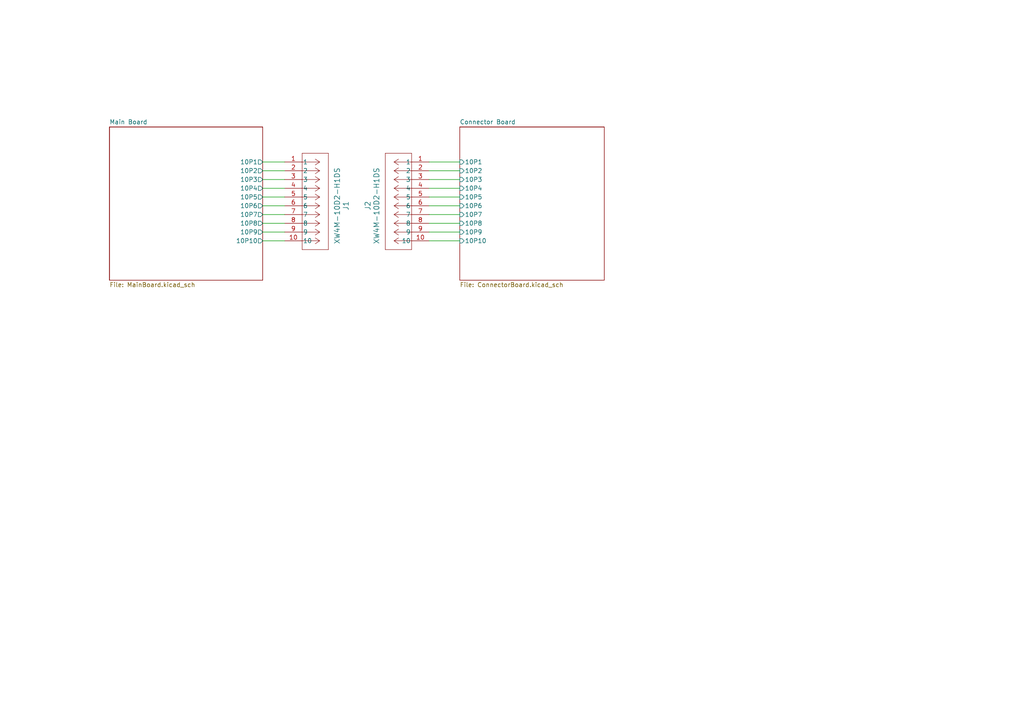
<source format=kicad_sch>
(kicad_sch (version 20230121) (generator eeschema)
  (paper "A4")
  (lib_symbols
    (symbol "10 Pin:XW4M-10D2-H1DS" (pin_names (offset 0.254))
      (property "Reference" "J" (at 8.89 6.35 0))
      (property "Value" "XW4M-10D2-H1DS" (at 0 0 0))
      (symbol "XW4M-10D2-H1DS_0_1"
        (polyline (pts (xy 5.08 -25.4) (xy 12.7 -25.4)) (stroke (width 0.127)))
        (polyline (pts (xy 5.08 2.54) (xy 5.08 -25.4)) (stroke (width 0.127)))
        (polyline (pts (xy 10.16 -22.86) (xy 5.08 -22.86)) (stroke (width 0.127)))
        (polyline (pts (xy 10.16 -22.86) (xy 8.89 -23.7067)) (stroke (width 0.127)))
        (polyline (pts (xy 10.16 -22.86) (xy 8.89 -22.0133)) (stroke (width 0.127)))
        (polyline (pts (xy 10.16 -20.32) (xy 5.08 -20.32)) (stroke (width 0.127)))
        (polyline (pts (xy 10.16 -20.32) (xy 8.89 -21.1667)) (stroke (width 0.127)))
        (polyline (pts (xy 10.16 -20.32) (xy 8.89 -19.4733)) (stroke (width 0.127)))
        (polyline (pts (xy 10.16 -17.78) (xy 5.08 -17.78)) (stroke (width 0.127)))
        (polyline (pts (xy 10.16 -17.78) (xy 8.89 -18.6267)) (stroke (width 0.127)))
        (polyline (pts (xy 10.16 -17.78) (xy 8.89 -16.9333)) (stroke (width 0.127)))
        (polyline (pts (xy 10.16 -15.24) (xy 5.08 -15.24)) (stroke (width 0.127)))
        (polyline (pts (xy 10.16 -15.24) (xy 8.89 -16.0867)) (stroke (width 0.127)))
        (polyline (pts (xy 10.16 -15.24) (xy 8.89 -14.3933)) (stroke (width 0.127)))
        (polyline (pts (xy 10.16 -12.7) (xy 5.08 -12.7)) (stroke (width 0.127)))
        (polyline (pts (xy 10.16 -12.7) (xy 8.89 -13.5467)) (stroke (width 0.127)))
        (polyline (pts (xy 10.16 -12.7) (xy 8.89 -11.8533)) (stroke (width 0.127)))
        (polyline (pts (xy 10.16 -10.16) (xy 5.08 -10.16)) (stroke (width 0.127)))
        (polyline (pts (xy 10.16 -10.16) (xy 8.89 -11.0067)) (stroke (width 0.127)))
        (polyline (pts (xy 10.16 -10.16) (xy 8.89 -9.3133)) (stroke (width 0.127)))
        (polyline (pts (xy 10.16 -7.62) (xy 5.08 -7.62)) (stroke (width 0.127)))
        (polyline (pts (xy 10.16 -7.62) (xy 8.89 -8.4667)) (stroke (width 0.127)))
        (polyline (pts (xy 10.16 -7.62) (xy 8.89 -6.7733)) (stroke (width 0.127)))
        (polyline (pts (xy 10.16 -5.08) (xy 5.08 -5.08)) (stroke (width 0.127)))
        (polyline (pts (xy 10.16 -5.08) (xy 8.89 -5.9267)) (stroke (width 0.127)))
        (polyline (pts (xy 10.16 -5.08) (xy 8.89 -4.2333)) (stroke (width 0.127)))
        (polyline (pts (xy 10.16 -2.54) (xy 5.08 -2.54)) (stroke (width 0.127)))
        (polyline (pts (xy 10.16 -2.54) (xy 8.89 -3.3867)) (stroke (width 0.127)))
        (polyline (pts (xy 10.16 -2.54) (xy 8.89 -1.6933)) (stroke (width 0.127)))
        (polyline (pts (xy 10.16 0) (xy 5.08 0)) (stroke (width 0.127)))
        (polyline (pts (xy 10.16 0) (xy 8.89 -0.8467)) (stroke (width 0.127)))
        (polyline (pts (xy 10.16 0) (xy 8.89 0.8467)) (stroke (width 0.127)))
        (polyline (pts (xy 12.7 -25.4) (xy 12.7 2.54)) (stroke (width 0.127)))
        (polyline (pts (xy 12.7 2.54) (xy 5.08 2.54)) (stroke (width 0.127)))
        (pin unspecified line (at 0 0 0) (length 5.08) (name "1") (number "1"))
        (pin unspecified line (at 0 -22.86 0) (length 5.08) (name "10") (number "10"))
        (pin unspecified line (at 0 -2.54 0) (length 5.08) (name "2") (number "2"))
        (pin unspecified line (at 0 -5.08 0) (length 5.08) (name "3") (number "3"))
        (pin unspecified line (at 0 -7.62 0) (length 5.08) (name "4") (number "4"))
        (pin unspecified line (at 0 -10.16 0) (length 5.08) (name "5") (number "5"))
        (pin unspecified line (at 0 -12.7 0) (length 5.08) (name "6") (number "6"))
        (pin unspecified line (at 0 -15.24 0) (length 5.08) (name "7") (number "7"))
        (pin unspecified line (at 0 -17.78 0) (length 5.08) (name "8") (number "8"))
        (pin unspecified line (at 0 -20.32 0) (length 5.08) (name "9") (number "9"))
      )
    )
  )
  (wire (pts (xy 76.2 64.77) (xy 82.55 64.77)))
  (wire (pts (xy 124.46 62.23) (xy 133.35 62.23)))
  (wire (pts (xy 124.46 64.77) (xy 133.35 64.77)))
  (wire (pts (xy 76.2 62.23) (xy 82.55 62.23)))
  (wire (pts (xy 124.46 57.15) (xy 133.35 57.15)))
  (wire (pts (xy 124.46 59.69) (xy 133.35 59.69)))
  (wire (pts (xy 76.2 52.07) (xy 82.55 52.07)))
  (wire (pts (xy 124.46 69.85) (xy 133.35 69.85)))
  (wire (pts (xy 76.2 57.15) (xy 82.55 57.15)))
  (wire (pts (xy 124.46 46.99) (xy 133.35 46.99)))
  (wire (pts (xy 76.2 59.69) (xy 82.55 59.69)))
  (wire (pts (xy 124.46 54.61) (xy 133.35 54.61)))
  (wire (pts (xy 76.2 49.53) (xy 82.55 49.53)))
  (wire (pts (xy 124.46 52.07) (xy 133.35 52.07)))
  (wire (pts (xy 124.46 49.53) (xy 133.35 49.53)))
  (wire (pts (xy 76.2 46.99) (xy 82.55 46.99)))
  (wire (pts (xy 76.2 69.85) (xy 82.55 69.85)))
  (wire (pts (xy 76.2 67.31) (xy 82.55 67.31)))
  (wire (pts (xy 76.2 54.61) (xy 82.55 54.61)))
  (wire (pts (xy 124.46 67.31) (xy 133.35 67.31)))
  (symbol (lib_id "10 Pin:XW4M-10D2-H1DS") (at 124.46 46.99 0) (mirror y) (unit 1)
    (property "Reference" "J2" (at 106.68 59.69 90) (effects (font (size 1.524 1.524))))
    (property "Value" "XW4M-10D2-H1DS" (at 109.22 59.69 90) (effects (font (size 1.524 1.524))))
    (property "Footprint" "10 Pin:xw4m-10d2-h1ds" (effects hide))
    (property "Datasheet" "XW4M-10D2-H1DS" (effects hide))
  )
  (symbol (lib_id "10 Pin:XW4M-10D2-H1DS") (at 82.55 46.99 0) (unit 1)
    (property "Reference" "J1" (at 100.33 59.69 90) (effects (font (size 1.524 1.524))))
    (property "Value" "XW4M-10D2-H1DS" (at 97.79 59.69 90) (effects (font (size 1.524 1.524))))
    (property "Footprint" "10 Pin:xw4m-10d2-h1ds" (effects hide))
    (property "Datasheet" "XW4M-10D2-H1DS" (effects hide))
  )
  (sheet (at 31.75 36.83) (size 44.45 44.45) (stroke (width 0.1524))
    (property "Sheetname" "Main Board" (at 31.75 36.1184 0) (effects (justify left bottom)))
    (property "Sheetfile" "MainBoard.kicad_sch" (at 31.75 81.8646 0) (effects (justify left top)))
    (pin "10P3" output (at 76.2 52.07 0))
    (pin "10P2" output (at 76.2 49.53 0))
    (pin "10P1" output (at 76.2 46.99 0))
    (pin "10P9" output (at 76.2 67.31 0))
    (pin "10P10" output (at 76.2 69.85 0))
    (pin "10P8" output (at 76.2 64.77 0))
    (pin "10P5" output (at 76.2 57.15 0))
    (pin "10P6" output (at 76.2 59.69 0))
    (pin "10P7" output (at 76.2 62.23 0))
    (pin "10P4" output (at 76.2 54.61 0))
  )
  (sheet (at 133.35 36.83) (size 41.91 44.45) (stroke (width 0.1524))
    (property "Sheetname" "Connector Board" (at 133.35 36.1184 0) (effects (justify left bottom)))
    (property "Sheetfile" "ConnectorBoard.kicad_sch" (at 133.35 81.8646 0) (effects (justify left top)))
    (pin "10P1" input (at 133.35 46.99 180))
    (pin "10P2" input (at 133.35 49.53 180))
    (pin "10P3" input (at 133.35 52.07 180))
    (pin "10P4" input (at 133.35 54.61 180))
    (pin "10P5" input (at 133.35 57.15 180))
    (pin "10P6" input (at 133.35 59.69 180))
    (pin "10P7" input (at 133.35 62.23 180))
    (pin "10P8" input (at 133.35 64.77 180))
    (pin "10P9" input (at 133.35 67.31 180))
    (pin "10P10" input (at 133.35 69.85 180))
  )
)
</source>
